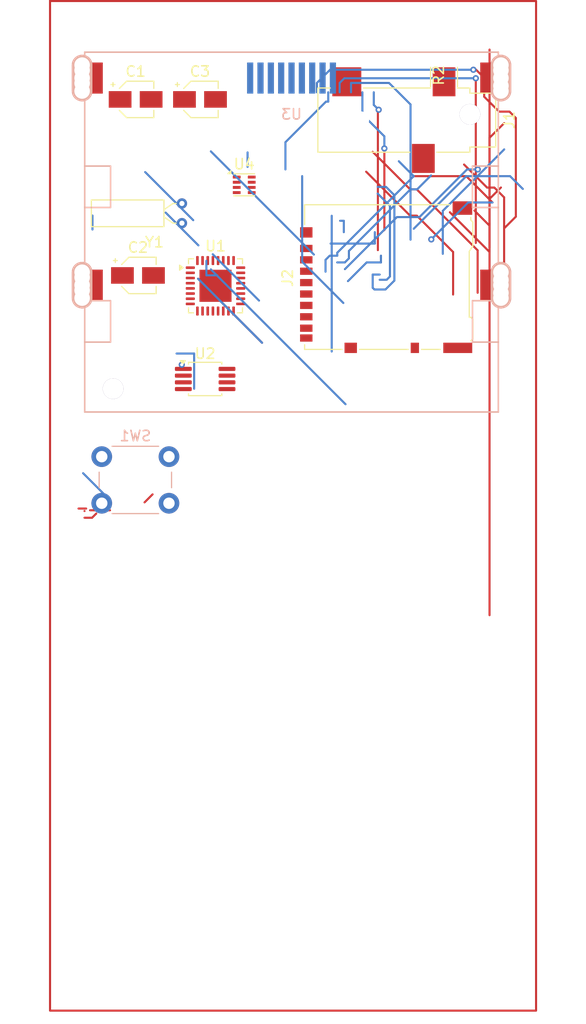
<source format=kicad_pcb>
(kicad_pcb (version 20241229) (generator "pcbnew") (generator_version "9.0")
  (layers (0 "F.Cu" signal) (2 "B.Cu" signal) (13 "F.Paste" user) (15 "B.Paste" user) (5 "F.SilkS" user "F.Silkscreen") (7 "B.SilkS" user "B.Silkscreen") (1 "F.Mask" user) (3 "B.Mask" user) (25 "Edge.Cuts" user))
  (net 0 "")
  (net 4 "GND")
  (net 5 "unconnected-(U1-PC2-Pad25)")
  (net 6 "Net-(C1-Pad1)")
  (net 11 "Net-(U1-XTAL2{slash}PB7)")
  (net 16 "+5V")
  (net 17 "PD2")
  (net 18 "PD3")
  (net 19 "Net-(U2-V_{SENSE})")
  (net 20 "Net-(U2-V_{OUT})")
  (net 21 "S")
  (net 22 "Net-(C2-Pad2)")
  (net 23 "Net-(C2-Pad1)")
  (net 24 "PD6")
  (net 25 "PD4")
  (net 29 "PD5")
  (net 30 "PD7")
  (net 31 "Net-(BT1--)")
  (net 32 "Net-(U1-XTAL1{slash}PB6)")
  (net 33 "unconnected-(U1-PD0-Pad2)")
  (net 34 "Net-(U1-~{RESET}{slash}PC6)")
  (net 35 "unconnected-(U1-PD1-Pad3)")
  (net 42 "+3.3V")
  (net 43 "Net-(SW2-B)")
  (footprint "Capacitor_SMD:CP_Elec_3x5.3" (layer "F.Cu") (at 142.5 78)
    (property "Reference" "C2" (at 0 -2.7 0) (layer "F.SilkS"))
    (property "Value" "C" (hide yes))
    (fp_line (start -2.375 -1.435) (end -2 -1.435) (stroke (width 0.12)) (layer "F.SilkS"))
    (fp_line (start -2.1875 -1.6225) (end -2.1875 -1.2475) (stroke (width 0.12)) (layer "F.SilkS"))
    (fp_line (start -1.570563 -1.06) (end -0.870563 -1.76) (stroke (width 0.12)) (layer "F.SilkS"))
    (fp_line (start -1.570563 1.06) (end -0.870563 1.76) (stroke (width 0.12)) (layer "F.SilkS"))
    (fp_line (start -0.870563 -1.76) (end 1.76 -1.76) (stroke (width 0.12)) (layer "F.SilkS"))
    (fp_line (start -0.870563 1.76) (end 1.76 1.76) (stroke (width 0.12)) (layer "F.SilkS"))
    (fp_line (start 1.76 -1.76) (end 1.76 -1.06) (stroke (width 0.12)) (layer "F.SilkS"))
    (fp_line (start 1.76 1.76) (end 1.76 1.06) (stroke (width 0.12)) (layer "F.SilkS"))
    (pad "1" smd rect (at -1.5 0) (size 2.2 1.6) (layers "F.Cu" "F.Mask" "F.Paste") (net 23 "Net-(C2-Pad1)"))
    (pad "2" smd rect (at 1.5 0) (size 2.2 1.6) (layers "F.Cu" "F.Mask" "F.Paste") (net 22 "Net-(C2-Pad2)"))
  )
  (footprint "Crystal:Crystal_C26-LF_D2.1mm_L6.5mm_Horizontal" (layer "F.Cu") (at 146.755 71.05 -90)
    (property "Reference" "Y1" (at 3.735 2.6575 0) (layer "F.SilkS"))
    (property "Value" "Crystal" (hide yes))
    (fp_line (start 0.6 1.74) (end 0 0.87) (stroke (width 0.12)) (layer "F.SilkS"))
    (fp_line (start 1.3 1.74) (end 1.9 0.87) (stroke (width 0.12)) (layer "F.SilkS"))
    (fp_line (start 0 0.87) (end 0 0.56) (stroke (width 0.12)) (layer "F.SilkS"))
    (fp_line (start 1.9 0.87) (end 1.9 0.56) (stroke (width 0.12)) (layer "F.SilkS"))
    (fp_rect (start -0.34 1.74) (end 2.24 8.76) (stroke (width 0.12)) (fill no) (layer "F.SilkS"))
    (pad "1" thru_hole circle (at 0 0 270) (size 1 1) (drill 0.5) (layers "*.Cu" "*.Mask") (net 32 "Net-(U1-XTAL1{slash}PB6)"))
    (pad "2" thru_hole circle (at 1.9 0 270) (size 1 1) (drill 0.5) (layers "*.Cu" "*.Mask") (net 6 "Net-(C1-Pad1)"))
  )
  (footprint "MountingHole:MountingHole_2mm" (layer "F.Cu") (at 178.5 146.5)
    (property "Reference" "REF**" (hide yes))
    (property "Value" "MountingHole_2mm")
    (pad "" np_thru_hole circle (at 0 0) (size 2 2) (drill 2) (layers "*.Cu" "*.Mask"))
  )
  (footprint "Connector_Audio:Jack_3.5mm_CUI_SJ-3523-SMT_Horizontal" (layer "F.Cu") (at 168.5 63 -90)
    (property "Reference" "J1" (at 0 -9.9 90) (layer "F.SilkS"))
    (property "Value" "AudioJack3")
    (fp_line (start -3.1 8.6) (end -3.1 7.4) (stroke (width 0.12)) (layer "F.SilkS"))
    (fp_line (start 3.1 8.6) (end -3.1 8.6) (stroke (width 0.12)) (layer "F.SilkS"))
    (fp_line (start -3.1 4.2) (end -3.1 -2.3) (stroke (width 0.12)) (layer "F.SilkS"))
    (fp_line (start 3.1 -0.3) (end 3.1 8.6) (stroke (width 0.12)) (layer "F.SilkS"))
    (fp_line (start -3.1 -2.3) (end -5.1 -2.3) (stroke (width 0.12)) (layer "F.SilkS"))
    (fp_line (start -3.1 -4.9) (end -5.1 -4.9) (stroke (width 0.12)) (layer "F.SilkS"))
    (fp_line (start -3.1 -4.9) (end -3.1 -6.1) (stroke (width 0.12)) (layer "F.SilkS"))
    (fp_line (start -3.1 -6.1) (end -2.6 -6.1) (stroke (width 0.12)) (layer "F.SilkS"))
    (fp_line (start -2.6 -6.1) (end -2.6 -8.6) (stroke (width 0.12)) (layer "F.SilkS"))
    (fp_line (start 2.6 -6.1) (end 3.1 -6.1) (stroke (width 0.12)) (layer "F.SilkS"))
    (fp_line (start 3.1 -6.1) (end 3.1 -2.9) (stroke (width 0.12)) (layer "F.SilkS"))
    (fp_line (start -2.6 -8.6) (end 2.6 -8.6) (stroke (width 0.12)) (layer "F.SilkS"))
    (fp_line (start 2.6 -8.6) (end 2.6 -6.1) (stroke (width 0.12)) (layer "F.SilkS"))
    (pad "" np_thru_hole circle (at 0 -2.5 270) (size 1.7 1.7) (drill 1.7) (layers "*.Cu" "*.Mask"))
    (pad "" np_thru_hole circle (at 0 4.5 270) (size 1.7 1.7) (drill 1.7) (layers "*.Cu" "*.Mask"))
    (pad "R" smd rect (at 3.7 -1.6 270) (size 2.8 2.2) (layers "F.Cu" "F.Mask" "F.Paste") (net 23 "Net-(C2-Pad1)"))
    (pad "S" smd rect (at -3.7 -3.6 270) (size 2.8 2.2) (layers "F.Cu" "F.Mask" "F.Paste") (net 22 "Net-(C2-Pad2)"))
    (pad "T" smd rect (at -3.7 5.8 270) (size 2.8 2.8) (layers "F.Cu" "F.Mask" "F.Paste") (net 23 "Net-(C2-Pad1)"))
  )
  (footprint "MountingHole:MountingHole_2mm" (layer "F.Cu") (at 178.5 54.5)
    (property "Reference" "REF**" (hide yes))
    (property "Value" "MountingHole_2mm")
    (pad "" np_thru_hole circle (at 0 0) (size 2 2) (drill 2) (layers "*.Cu" "*.Mask"))
  )
  (footprint "Package_CSP:LFCSP-8_2x2mm_P0.5mm" (layer "F.Cu") (at 152.775 69.25)
    (property "Reference" "U4" (at 0 -2 0) (layer "F.SilkS"))
    (property "Value" "NE5532")
    (fp_line (start 1 -1.06) (end -1 -1.06) (stroke (width 0.12)) (layer "F.SilkS"))
    (fp_line (start 1 1.06) (end -1 1.06) (stroke (width 0.12)) (layer "F.SilkS"))
    (fp_poly (pts (xy -1.29 -1.08) (xy -1.57 -1.08) (xy -1.29 -1.36) (xy -1.29 -1.08)) (stroke (width 0.12)) (fill yes) (layer "F.SilkS"))
    (pad "1" smd rect (at -0.725 -0.75) (size 0.75 0.28) (layers "F.Cu" "F.Mask" "F.Paste") (net 21 "S"))
    (pad "2" smd rect (at -0.725 -0.25) (size 0.75 0.28) (layers "F.Cu" "F.Mask" "F.Paste") (net 19 "Net-(U2-V_{SENSE})"))
    (pad "3" smd rect (at -0.725 0.25) (size 0.75 0.28) (layers "F.Cu" "F.Mask" "F.Paste") (net 20 "Net-(U2-V_{OUT})"))
    (pad "4" smd rect (at -0.725 0.75) (size 0.75 0.28) (layers "F.Cu" "F.Mask" "F.Paste"))
    (pad "5" smd rect (at 0.725 0.75) (size 0.75 0.28) (layers "F.Cu" "F.Mask" "F.Paste"))
    (pad "6" smd rect (at 0.725 0.25) (size 0.75 0.28) (layers "F.Cu" "F.Mask" "F.Paste"))
    (pad "7" smd rect (at 0.725 -0.25) (size 0.75 0.28) (layers "F.Cu" "F.Mask" "F.Paste"))
    (pad "8" smd rect (at 0.725 -0.75) (size 0.75 0.28) (layers "F.Cu" "F.Mask" "F.Paste"))
  )
  (footprint "Package_DFN_QFN:HVQFN-32-1EP_5x5mm_P0.5mm_EP3.1x3.1mm" (layer "F.Cu") (at 150 79)
    (property "Reference" "U1" (at 0 -3.83 0) (layer "F.SilkS"))
    (property "Value" "ATmega328-P")
    (fp_line (start -2.61 -2.61) (end -2.135 -2.61) (stroke (width 0.12)) (layer "F.SilkS"))
    (fp_line (start -2.61 -2.135) (end -2.61 -2.61) (stroke (width 0.12)) (layer "F.SilkS"))
    (fp_line (start -2.61 2.61) (end -2.61 2.135) (stroke (width 0.12)) (layer "F.SilkS"))
    (fp_line (start -2.135 2.61) (end -2.61 2.61) (stroke (width 0.12)) (layer "F.SilkS"))
    (fp_line (start 2.135 -2.61) (end 2.61 -2.61) (stroke (width 0.12)) (layer "F.SilkS"))
    (fp_line (start 2.61 -2.61) (end 2.61 -2.135) (stroke (width 0.12)) (layer "F.SilkS"))
    (fp_line (start 2.61 2.135) (end 2.61 2.61) (stroke (width 0.12)) (layer "F.SilkS"))
    (fp_line (start 2.61 2.61) (end 2.135 2.61) (stroke (width 0.12)) (layer "F.SilkS"))
    (fp_poly (pts (xy -3.14 -1.75) (xy -3.47 -1.51) (xy -3.47 -1.99)) (stroke (width 0.12)) (fill yes) (layer "F.SilkS"))
    (pad "1" smd roundrect (at -2.4375 -1.75) (size 0.875 0.25) (layers "F.Cu" "F.Mask" "F.Paste") (net 34 "Net-(U1-~{RESET}{slash}PC6)"))
    (pad "2" smd roundrect (at -2.4375 -1.25) (size 0.875 0.25) (layers "F.Cu" "F.Mask" "F.Paste") (net 33 "unconnected-(U1-PD0-Pad2)"))
    (pad "3" smd roundrect (at -2.4375 -0.75) (size 0.875 0.25) (layers "F.Cu" "F.Mask" "F.Paste") (net 35 "unconnected-(U1-PD1-Pad3)"))
    (pad "4" smd roundrect (at -2.4375 -0.25) (size 0.875 0.25) (layers "F.Cu" "F.Mask" "F.Paste") (net 17 "PD2"))
    (pad "5" smd roundrect (at -2.4375 0.25) (size 0.875 0.25) (layers "F.Cu" "F.Mask" "F.Paste") (net 18 "PD3"))
    (pad "6" smd roundrect (at -2.4375 0.75) (size 0.875 0.25) (layers "F.Cu" "F.Mask" "F.Paste") (net 25 "PD4"))
    (pad "7" smd roundrect (at -2.4375 1.25) (size 0.875 0.25) (layers "F.Cu" "F.Mask" "F.Paste") (net 43 "Net-(SW2-B)"))
    (pad "8" smd roundrect (at -2.4375 1.75) (size 0.875 0.25) (layers "F.Cu" "F.Mask" "F.Paste") (net 31 "Net-(BT1--)"))
    (pad "9" smd roundrect (at -1.75 2.4375) (size 0.25 0.875) (layers "F.Cu" "F.Mask" "F.Paste") (net 32 "Net-(U1-XTAL1{slash}PB6)"))
    (pad "10" smd roundrect (at -1.25 2.4375) (size 0.25 0.875) (layers "F.Cu" "F.Mask" "F.Paste") (net 11 "Net-(U1-XTAL2{slash}PB7)"))
    (pad "11" smd roundrect (at -0.75 2.4375) (size 0.25 0.875) (layers "F.Cu" "F.Mask" "F.Paste") (net 29 "PD5"))
    (pad "12" smd roundrect (at -0.25 2.4375) (size 0.25 0.875) (layers "F.Cu" "F.Mask" "F.Paste") (net 24 "PD6"))
    (pad "13" smd roundrect (at 0.25 2.4375) (size 0.25 0.875) (layers "F.Cu" "F.Mask" "F.Paste") (net 30 "PD7"))
    (pad "14" smd roundrect (at 0.75 2.4375) (size 0.25 0.875) (layers "F.Cu" "F.Mask" "F.Paste"))
    (pad "15" smd roundrect (at 1.25 2.4375) (size 0.25 0.875) (layers "F.Cu" "F.Mask" "F.Paste"))
    (pad "16" smd roundrect (at 1.75 2.4375) (size 0.25 0.875) (layers "F.Cu" "F.Mask" "F.Paste"))
    (pad "17" smd roundrect (at 2.4375 1.75) (size 0.875 0.25) (layers "F.Cu" "F.Mask" "F.Paste"))
    (pad "18" smd roundrect (at 2.4375 1.25) (size 0.875 0.25) (layers "F.Cu" "F.Mask" "F.Paste"))
    (pad "19" smd roundrect (at 2.4375 0.75) (size 0.875 0.25) (layers "F.Cu" "F.Mask" "F.Paste"))
    (pad "20" smd roundrect (at 2.4375 0.25) (size 0.875 0.25) (layers "F.Cu" "F.Mask" "F.Paste") (net 43 "Net-(SW2-B)"))
    (pad "21" smd roundrect (at 2.4375 -0.25) (size 0.875 0.25) (layers "F.Cu" "F.Mask" "F.Paste") (net 43 "Net-(SW2-B)"))
    (pad "22" smd roundrect (at 2.4375 -0.75) (size 0.875 0.25) (layers "F.Cu" "F.Mask" "F.Paste") (net 31 "Net-(BT1--)"))
    (pad "23" smd roundrect (at 2.4375 -1.25) (size 0.875 0.25) (layers "F.Cu" "F.Mask" "F.Paste"))
    (pad "24" smd roundrect (at 2.4375 -1.75) (size 0.875 0.25) (layers "F.Cu" "F.Mask" "F.Paste"))
    (pad "25" smd roundrect (at 1.75 -2.4375) (size 0.25 0.875) (layers "F.Cu" "F.Mask" "F.Paste") (net 5 "unconnected-(U1-PC2-Pad25)"))
    (pad "26" smd roundrect (at 1.25 -2.4375) (size 0.25 0.875) (layers "F.Cu" "F.Mask" "F.Paste"))
    (pad "27" smd roundrect (at 0.75 -2.4375) (size 0.25 0.875) (layers "F.Cu" "F.Mask" "F.Paste"))
    (pad "28" smd roundrect (at 0.25 -2.4375) (size 0.25 0.875) (layers "F.Cu" "F.Mask" "F.Paste"))
    (pad "29" smd roundrect (at -0.25 -2.4375) (size 0.25 0.875) (layers "F.Cu" "F.Mask" "F.Paste"))
    (pad "30" smd roundrect (at -0.75 -2.4375) (size 0.25 0.875) (layers "F.Cu" "F.Mask" "F.Paste"))
    (pad "31" smd roundrect (at -1.25 -2.4375) (size 0.25 0.875) (layers "F.Cu" "F.Mask" "F.Paste"))
    (pad "32" smd roundrect (at -1.75 -2.4375) (size 0.25 0.875) (layers "F.Cu" "F.Mask" "F.Paste"))
    (pad "33" smd rect (at 0 0) (size 3.1 3.1) (property pad_prop_heatsink) (layers "F.Cu" "F.Mask"))
  )
  (footprint "Resistor_SMD:R_0201_0603Metric" (layer "F.Cu") (at 172.6291 58.6749 90)
    (property "Reference" "R2" (at 0 -1.05 90) (layer "F.SilkS"))
    (property "Value" "R")
    (pad "1" smd roundrect (at -0.32 0 90) (size 0.46 0.4) (layers "F.Cu" "F.Mask") (net 16 "+5V"))
    (pad "2" smd roundrect (at 0.32 0 90) (size 0.46 0.4) (layers "F.Cu" "F.Mask") (net 34 "Net-(U1-~{RESET}{slash}PC6)"))
  )
  (footprint "Capacitor_SMD:CP_Elec_3x5.3" (layer "F.Cu") (at 142.275 61)
    (property "Reference" "C1" (at 0 -2.7 0) (layer "F.SilkS"))
    (property "Value" "C")
    (fp_line (start -2.375 -1.435) (end -2 -1.435) (stroke (width 0.12)) (layer "F.SilkS"))
    (fp_line (start -2.1875 -1.6225) (end -2.1875 -1.2475) (stroke (width 0.12)) (layer "F.SilkS"))
    (fp_line (start -1.570563 -1.06) (end -0.870563 -1.76) (stroke (width 0.12)) (layer "F.SilkS"))
    (fp_line (start -1.570563 1.06) (end -0.870563 1.76) (stroke (width 0.12)) (layer "F.SilkS"))
    (fp_line (start -0.870563 -1.76) (end 1.76 -1.76) (stroke (width 0.12)) (layer "F.SilkS"))
    (fp_line (start -0.870563 1.76) (end 1.76 1.76) (stroke (width 0.12)) (layer "F.SilkS"))
    (fp_line (start 1.76 -1.76) (end 1.76 -1.06) (stroke (width 0.12)) (layer "F.SilkS"))
    (fp_line (start 1.76 1.76) (end 1.76 1.06) (stroke (width 0.12)) (layer "F.SilkS"))
    (pad "1" smd rect (at -1.5 0) (size 2.2 1.6) (layers "F.Cu" "F.Mask" "F.Paste") (net 6 "Net-(C1-Pad1)"))
    (pad "2" smd rect (at 1.5 0) (size 2.2 1.6) (layers "F.Cu" "F.Mask" "F.Paste") (net 4 "GND"))
  )
  (footprint "MountingHole:MountingHole_2mm" (layer "F.Cu") (at 136.5 146.5)
    (property "Reference" "REF**" (hide yes))
    (property "Value" "MountingHole_2mm")
    (pad "" np_thru_hole circle (at 0 0) (size 2 2) (drill 2) (layers "*.Cu" "*.Mask"))
  )
  (footprint "Connector_Card:microSD_HC_Hirose_DM3AT-SF-PEJM5" (layer "F.Cu") (at 166.5026 78.1688 90)
    (property "Reference" "J2" (at -0.075 -9.525 90) (layer "F.SilkS"))
    (property "Value" "Micro_SD_Card")
    (fp_line (start 6.995 -7.885) (end 6.995 6.125) (stroke (width 0.12)) (layer "F.SilkS"))
    (fp_line (start 5.075 -7.885) (end 6.995 -7.885) (stroke (width 0.12)) (layer "F.SilkS"))
    (fp_line (start -6.525 -7.885) (end -6.975 -7.885) (stroke (width 0.12)) (layer "F.SilkS"))
    (fp_line (start -6.975 -7.885) (end -6.975 -4.275) (stroke (width 0.12)) (layer "F.SilkS"))
    (fp_line (start -6.975 -2.575) (end -6.975 2.125) (stroke (width 0.12)) (layer "F.SilkS"))
    (fp_line (start -6.975 3.425) (end -6.975 5.225) (stroke (width 0.12)) (layer "F.SilkS"))
    (fp_line (start -3.875 8.035) (end 2.495 8.035) (stroke (width 0.12)) (layer "F.SilkS"))
    (fp_line (start -3.875 8.035) (end -3.875 8.185) (stroke (width 0.12)) (layer "F.SilkS"))
    (fp_line (start 5.515 8.185) (end 5.775 8.185) (stroke (width 0.12)) (layer "F.SilkS"))
    (fp_line (start 5.315 8.385) (end 5.515 8.185) (stroke (width 0.12)) (layer "F.SilkS"))
    (fp_line (start 5.315 8.385) (end 3.005 8.385) (stroke (width 0.12)) (layer "F.SilkS"))
    (fp_line (start 3.005 8.385) (end 2.495 8.035) (stroke (width 0.12)) (layer "F.SilkS"))
    (fp_line (start -4.085 8.385) (end -3.875 8.185) (stroke (width 0.12)) (layer "F.SilkS"))
    (fp_line (start -5.945 8.385) (end -6.145 8.185) (stroke (width 0.12)) (layer "F.SilkS"))
    (fp_line (start -5.945 8.385) (end -4.085 8.385) (stroke (width 0.12)) (layer "F.SilkS"))
    (pad "1" smd rect (at 2.775 -7.725 90) (size 0.7 1.2) (layers "F.Cu" "F.Mask" "F.Paste"))
    (pad "2" smd rect (at 1.675 -7.725 90) (size 0.7 1.2) (layers "F.Cu" "F.Mask" "F.Paste"))
    (pad "3" smd rect (at 0.575 -7.725 90) (size 0.7 1.2) (layers "F.Cu" "F.Mask" "F.Paste") (net 25 "PD4"))
    (pad "4" smd rect (at -0.525 -7.725 90) (size 0.7 1.2) (layers "F.Cu" "F.Mask" "F.Paste") (net 16 "+5V"))
    (pad "5" smd rect (at -1.625 -7.725 90) (size 0.7 1.2) (layers "F.Cu" "F.Mask" "F.Paste") (net 29 "PD5"))
    (pad "6" smd rect (at -2.725 -7.725 90) (size 0.7 1.2) (layers "F.Cu" "F.Mask" "F.Paste") (net 4 "GND"))
    (pad "7" smd rect (at -3.825 -7.725 90) (size 0.7 1.2) (layers "F.Cu" "F.Mask" "F.Paste") (net 24 "PD6"))
    (pad "8" smd rect (at -4.925 -7.725 90) (size 0.7 1.2) (layers "F.Cu" "F.Mask" "F.Paste") (net 30 "PD7"))
    (pad "9" smd rect (at -5.875 -7.725 90) (size 0.7 1.2) (layers "F.Cu" "F.Mask" "F.Paste"))
    (pad "10" smd rect (at -6.825 2.775 90) (size 1 0.8) (layers "F.Cu" "F.Mask" "F.Paste"))
    (pad "11" smd rect (at -6.825 -3.425 90) (size 1 1.2) (layers "F.Cu" "F.Mask" "F.Paste"))
    (pad "11" smd rect (at -6.825 6.925 90) (size 1 2.8) (layers "F.Cu" "F.Mask" "F.Paste"))
    (pad "11" smd rect (at 4.325 -7.725 90) (size 1 1.2) (layers "F.Cu" "F.Mask" "F.Paste"))
    (pad "11" smd rect (at 6.675 7.375 90) (size 1.3 1.9) (layers "F.Cu" "F.Mask" "F.Paste"))
  )
  (footprint "MountingHole:MountingHole_2mm" (layer "F.Cu") (at 137 54.5)
    (property "Reference" "REF**" (hide yes))
    (property "Value" "MountingHole_2mm")
    (pad "" np_thru_hole circle (at 0 0) (size 2 2) (drill 2) (layers "*.Cu" "*.Mask"))
  )
  (footprint "Capacitor_SMD:CP_Elec_3x5.3" (layer "F.Cu") (at 148.5 61)
    (property "Reference" "C3" (at 0 -2.7 0) (layer "F.SilkS"))
    (property "Value" "C")
    (fp_line (start -2.375 -1.435) (end -2 -1.435) (stroke (width 0.12)) (layer "F.SilkS"))
    (fp_line (start -2.1875 -1.6225) (end -2.1875 -1.2475) (stroke (width 0.12)) (layer "F.SilkS"))
    (fp_line (start -1.570563 -1.06) (end -0.870563 -1.76) (stroke (width 0.12)) (layer "F.SilkS"))
    (fp_line (start -1.570563 1.06) (end -0.870563 1.76) (stroke (width 0.12)) (layer "F.SilkS"))
    (fp_line (start -0.870563 -1.76) (end 1.76 -1.76) (stroke (width 0.12)) (layer "F.SilkS"))
    (fp_line (start -0.870563 1.76) (end 1.76 1.76) (stroke (width 0.12)) (layer "F.SilkS"))
    (fp_line (start 1.76 -1.76) (end 1.76 -1.06) (stroke (width 0.12)) (layer "F.SilkS"))
    (fp_line (start 1.76 1.76) (end 1.76 1.06) (stroke (width 0.12)) (layer "F.SilkS"))
    (pad "1" smd rect (at -1.5 0) (size 2.2 1.6) (layers "F.Cu" "F.Mask" "F.Paste") (net 11 "Net-(U1-XTAL2{slash}PB7)"))
    (pad "2" smd rect (at 1.5 0) (size 2.2 1.6) (layers "F.Cu" "F.Mask" "F.Paste") (net 4 "GND"))
  )
  (footprint "Package_SO:MSOP-8_3x3mm_P0.65mm" (layer "F.Cu") (at 149 88)
    (property "Reference" "U2" (at 0 -2.45 0) (layer "F.SilkS"))
    (property "Value" "DAC8571IDGK")
    (fp_line (start -1.61 -1.61) (end 1.61 -1.61) (stroke (width 0.12)) (layer "F.SilkS"))
    (fp_line (start -1.61 -1.435) (end -1.61 -1.61) (stroke (width 0.12)) (layer "F.SilkS"))
    (fp_line (start -1.61 1.61) (end -1.61 1.435) (stroke (width 0.12)) (layer "F.SilkS"))
    (fp_line (start 1.61 -1.61) (end 1.61 -1.435) (stroke (width 0.12)) (layer "F.SilkS"))
    (fp_line (start 1.61 1.435) (end 1.61 1.61) (stroke (width 0.12)) (layer "F.SilkS"))
    (fp_line (start 1.61 1.61) (end -1.61 1.61) (stroke (width 0.12)) (layer "F.SilkS"))
    (fp_poly (pts (xy -2.16 -1.44) (xy -2.4 -1.77) (xy -1.92 -1.77)) (stroke (width 0.12)) (fill yes) (layer "F.SilkS"))
    (pad "1" smd roundrect (at -2.1125 -0.975) (size 1.625 0.4) (layers "F.Cu" "F.Mask" "F.Paste") (net 16 "+5V"))
    (pad "2" smd roundrect (at -2.1125 -0.325) (size 1.625 0.4) (layers "F.Cu" "F.Mask" "F.Paste") (net 16 "+5V"))
    (pad "3" smd roundrect (at -2.1125 0.325) (size 1.625 0.4) (layers "F.Cu" "F.Mask" "F.Paste") (net 19 "Net-(U2-V_{SENSE})"))
    (pad "4" smd roundrect (at -2.1125 0.975) (size 1.625 0.4) (layers "F.Cu" "F.Mask" "F.Paste") (net 20 "Net-(U2-V_{OUT})"))
    (pad "5" smd roundrect (at 2.1125 0.975) (size 1.625 0.4) (layers "F.Cu" "F.Mask" "F.Paste") (net 4 "GND"))
    (pad "6" smd roundrect (at 2.1125 0.325) (size 1.625 0.4) (layers "F.Cu" "F.Mask" "F.Paste") (net 17 "PD2"))
    (pad "7" smd roundrect (at 2.1125 -0.325) (size 1.625 0.4) (layers "F.Cu" "F.Mask" "F.Paste") (net 18 "PD3"))
    (pad "8" smd roundrect (at 2.1125 -0.975) (size 1.625 0.4) (layers "F.Cu" "F.Mask" "F.Paste") (net 4 "GND"))
  )
  (footprint "Button_Switch_THT:SW_PUSH_6mm" (layer "B.Cu") (at 145.5 95.5 180)
    (property "Reference" "SW1" (at 3.25 2 0) (layer "B.SilkS") (effects (justify mirror)))
    (property "Value" "SW_Push")
    (fp_line (start 6.75 -3) (end 6.75 -1.5) (stroke (width 0.12)) (layer "B.SilkS"))
    (fp_line (start 5.5 1) (end 1 1) (stroke (width 0.12)) (layer "B.SilkS"))
    (fp_line (start 1 -5.5) (end 5.5 -5.5) (stroke (width 0.12)) (layer "B.SilkS"))
    (fp_line (start -0.25 -1.5) (end -0.25 -3) (stroke (width 0.12)) (layer "B.SilkS"))
    (pad "1" thru_hole circle (at 0 0 90) (size 2 2) (drill 1.1) (layers "*.Cu" "*.Mask") (net 4 "GND"))
    (pad "1" thru_hole circle (at 6.5 0 90) (size 2 2) (drill 1.1) (layers "*.Cu" "*.Mask") (net 4 "GND"))
    (pad "2" thru_hole circle (at 0 -4.5 90) (size 2 2) (drill 1.1) (layers "*.Cu" "*.Mask") (net 16 "+5V"))
    (pad "2" thru_hole circle (at 6.5 -4.5 90) (size 2 2) (drill 1.1) (layers "*.Cu" "*.Mask") (net 16 "+5V"))
  )
  (footprint "Nokia_5110-3310_LCD:Nokia_5110-3310_LCD" (layer "B.Cu") (at 157.3515 56.43835 180)
    (property "Reference" "U3" (at 0 -6 0) (layer "B.SilkS") (effects (justify mirror)))
    (property "Value" "Nokia_5110_LCD")
    (fp_line (start 20 0) (end 20 -34.75) (stroke (width 0.15)) (layer "B.SilkS"))
    (fp_line (start 20 -11) (end 17.5 -11) (stroke (width 0.15)) (layer "B.SilkS"))
    (fp_line (start 20 -24) (end 17.5 -24) (stroke (width 0.15)) (layer "B.SilkS"))
    (fp_line (start 20 -34.75) (end -20 -34.75) (stroke (width 0.15)) (layer "B.SilkS"))
    (fp_line (start 17.5 -11) (end 17.5 -15) (stroke (width 0.15)) (layer "B.SilkS"))
    (fp_line (start 17.5 -15) (end 20 -15) (stroke (width 0.15)) (layer "B.SilkS"))
    (fp_line (start 17.5 -24) (end 17.5 -28) (stroke (width 0.15)) (layer "B.SilkS"))
    (fp_line (start 17.5 -28) (end 20 -28) (stroke (width 0.15)) (layer "B.SilkS"))
    (fp_line (start -17.5 -11) (end -17.5 -15) (stroke (width 0.15)) (layer "B.SilkS"))
    (fp_line (start -17.5 -15) (end -20 -15) (stroke (width 0.15)) (layer "B.SilkS"))
    (fp_line (start -17.5 -24) (end -17.5 -28) (stroke (width 0.15)) (layer "B.SilkS"))
    (fp_line (start -17.5 -28) (end -20 -28) (stroke (width 0.15)) (layer "B.SilkS"))
    (fp_line (start -20 0) (end 20 0) (stroke (width 0.15)) (layer "B.SilkS"))
    (fp_line (start -20 0) (end -20 -34.75) (stroke (width 0.15)) (layer "B.SilkS"))
    (fp_line (start -20 -11) (end -17.5 -11) (stroke (width 0.15)) (layer "B.SilkS"))
    (fp_line (start -20 -24) (end -17.5 -24) (stroke (width 0.15)) (layer "B.SilkS"))
    (pad "" np_thru_hole circle (at -20.25 -23.75 180) (size 1.5 1.5) (drill 1.5) (layers "*.Mask" "F.Cu" "B.SilkS"))
    (pad "" np_thru_hole circle (at -20.25 -23.25 180) (size 1.5 1.5) (drill 1.5) (layers "*.Mask" "F.Cu" "B.SilkS"))
    (pad "" np_thru_hole oval (at -20.25 -22.5 180) (size 2 4.5) (drill 1.5) (layers "*.Mask" "F.Cu" "B.SilkS"))
    (pad "" np_thru_hole circle (at -20.25 -22 180) (size 1.5 1.5) (drill 1.5) (layers "*.Mask" "F.Cu" "B.SilkS"))
    (pad "" np_thru_hole circle (at -20.25 -21.25 180) (size 1.5 1.5) (drill 1.5) (layers "*.Mask" "F.Cu" "B.SilkS"))
    (pad "" np_thru_hole circle (at -20.25 -3.75 180) (size 1.5 1.5) (drill 1.5) (layers "*.Mask" "F.Cu" "B.SilkS"))
    (pad "" np_thru_hole circle (at -20.25 -3.25 180) (size 1.5 1.5) (drill 1.5) (layers "*.Mask" "F.Cu" "B.SilkS"))
    (pad "" np_thru_hole oval (at -20.25 -2.5 180) (size 2 4.5) (drill 1.5) (layers "*.Mask" "F.Cu" "B.SilkS"))
    (pad "" np_thru_hole circle (at -20.25 -1.75 180) (size 1.5 1.5) (drill 1.5) (layers "*.Mask" "F.Cu" "B.SilkS"))
    (pad "" np_thru_hole circle (at -20.25 -1.25 180) (size 1.5 1.5) (drill 1.5) (layers "*.Mask" "F.Cu" "B.SilkS"))
    (pad "" smd rect (at -19 -22.5 180) (size 1.5 3) (layers "F.Cu" "F.Mask"))
    (pad "" smd rect (at -19 -2.5 180) (size 1.5 3) (layers "F.Cu" "F.Mask"))
    (pad "" thru_hole circle (at -17.25 -6 180) (size 2 2) (drill 2) (layers "*.Cu"))
    (pad "" thru_hole circle (at 17.25 -32.5 180) (size 2 2) (drill 2) (layers "*.Cu"))
    (pad "" smd rect (at 19 -22.5 180) (size 1.5 3) (layers "F.Cu" "F.Mask"))
    (pad "" smd rect (at 19 -2.5 180) (size 1.5 3) (layers "F.Cu" "F.Mask"))
    (pad "" np_thru_hole circle (at 20.25 -23.75 180) (size 1.5 1.5) (drill 1.5) (layers "*.Mask" "F.Cu" "B.SilkS"))
    (pad "" np_thru_hole circle (at 20.25 -23 180) (size 1.5 1.5) (drill 1.5) (layers "*.Mask" "F.Cu" "B.SilkS"))
    (pad "" np_thru_hole oval (at 20.25 -22.5 180) (size 2 4.5) (drill 1.5) (layers "*.Mask" "F.Cu" "B.SilkS"))
    (pad "" np_thru_hole circle (at 20.25 -21.75 180) (size 1.5 1.5) (drill 1.5) (layers "*.Mask" "F.Cu" "B.SilkS"))
    (pad "" np_thru_hole circle (at 20.25 -21.25 180) (size 1.5 1.5) (drill 1.5) (layers "*.Mask" "F.Cu" "B.SilkS"))
    (pad "" np_thru_hole circle (at 20.25 -3.75 180) (size 1.5 1.5) (drill 1.5) (layers "*.Mask" "F.Cu" "B.SilkS"))
    (pad "" np_thru_hole circle (at 20.25 -3 180) (size 1.5 1.5) (drill 1.5) (layers "*.Mask" "F.Cu" "B.SilkS"))
    (pad "" np_thru_hole oval (at 20.25 -2.5 180) (size 2 4.5) (drill 1.5) (layers "*.Mask" "F.Cu" "B.SilkS"))
    (pad "" np_thru_hole circle (at 20.25 -1.75 180) (size 1.5 1.5) (drill 1.5) (layers "*.Mask" "F.Cu" "B.SilkS"))
    (pad "" np_thru_hole circle (at 20.25 -1.25 180) (size 1.5 1.5) (drill 1.5) (layers "*.Mask" "F.Cu" "B.SilkS"))
    (pad "1" smd rect (at -4 -2.5 180) (size 0.6 3) (layers "B.Cu" "B.Mask"))
    (pad "2" smd rect (at -3 -2.5 180) (size 0.6 3) (layers "B.Cu" "B.Mask"))
    (pad "3" smd rect (at -2 -2.5 180) (size 0.6 3) (layers "B.Cu" "B.Mask") (net 4 "GND"))
    (pad "4" smd rect (at -1 -2.5 180) (size 0.6 3) (layers "B.Cu" "B.Mask"))
    (pad "5" smd rect (at 0 -2.5 180) (size 0.6 3) (layers "B.Cu" "B.Mask"))
    (pad "6" smd rect (at 1 -2.5 180) (size 0.6 3) (layers "B.Cu" "B.Mask"))
    (pad "7" smd rect (at 2 -2.5 180) (size 0.6 3) (layers "B.Cu" "B.Mask"))
    (pad "8" smd rect (at 3 -2.5 180) (size 0.6 3) (layers "B.Cu" "B.Mask") (net 29 "PD5"))
    (pad "9" smd rect (at 4 -2.5 180) (size 0.6 3) (layers "B.Cu" "B.Mask") (net 42 "+3.3V"))
  )
  (gr_rect (start 134 51.5) (end 181 149) (stroke (width 0.2)) (fill no) (layer "F.Cu"))
  (segment (start 148.3199 78.3199) (end 154.5 84.5) (width 0.2) (layer "F.Cu") (net 5))
  (segment (start 154.5 84.5) (end 148.3199 78.3199) (width 0.2) (layer "F.Cu") (net 5))
  (segment (start 154.5 84.5) (end 148.3199 78.3199) (width 0.2) (layer "F.Cu") (net 5))
  (segment (start 148.3199 78.3199) (end 154.5 84.5) (width 0.2) (layer "B.Cu") (net 5))
  (segment (start 154.5 84.5) (end 148.3199 78.3199) (width 0.2) (layer "B.Cu") (net 5))
  (segment (start 177.92 73.44725) (end 179.043 72.32425) (width 0.2) (layer "F.Cu") (net 6))
  (segment (start 175.984 58.92075) (end 175.198 58.13465) (width 0.2) (layer "F.Cu") (net 6))
  (segment (start 168.812 72.22375) (end 169.464 72.22375) (width 0.2) (layer "F.Cu") (net 6))
  (segment (start 175.348 75.57595) (end 175.348 79.67395) (width 0.2) (layer "F.Cu") (net 6))
  (segment (start 168.824 69.68375) (end 169.456 69.68375) (width 0.2) (layer "F.Cu") (net 6))
  (segment (start 176.5 56.1887) (end 176.5 110.8113) (width 0.2) (layer "F.Cu") (net 6))
  (segment (start 169.464 72.22375) (end 172.978 75.73765) (width 0.2) (layer "F.Cu") (net 6))
  (segment (start 176.4765 70.63125) (end 177.5995 69.50835) (width 0.2) (layer "F.Cu") (net 6))
  (segment (start 176.788 70.95375) (end 174.248 68.41375) (width 0.2) (layer "F.Cu") (net 6))
  (segment (start 177.422 62.17895) (end 175.984 60.74075) (width 0.2) (layer "F.Cu") (net 6))
  (segment (start 176.967 69.51545) (end 176.263 69.51545) (width 0.2) (layer "F.Cu") (net 6))
  (segment (start 179.043 72.32425) (end 179.043 62.79425) (width 0.2) (layer "F.Cu") (net 6))
  (segment (start 177.911 77.45085) (end 177.911 70.45975) (width 0.2) (layer "F.Cu") (net 6))
  (segment (start 176.263 69.51545) (end 174.038 67.29005) (width 0.2) (layer "F.Cu") (net 6))
  (segment (start 177.911 70.45975) (end 176.967 69.51545) (width 0.2) (layer "F.Cu") (net 6))
  (segment (start 165.777 61.99975) (end 165.702 62.07545) (width 0.2) (layer "F.Cu") (net 6))
  (segment (start 165.198 66.05745) (end 168.824 69.68375) (width 0.2) (layer "F.Cu") (net 6))
  (segment (start 175.0365 71.73145) (end 176.4765 73.17125) (width 0.2) (layer "F.Cu") (net 6))
  (segment (start 175.984 60.74075) (end 175.984 58.92075) (width 0.2) (layer "F.Cu") (net 6))
  (segment (start 179.043 62.79425) (end 178.428 62.17895) (width 0.2) (layer "F.Cu") (net 6))
  (segment (start 164.57 67.98175) (end 168.812 72.22375) (width 0.2) (layer "F.Cu") (net 6))
  (segment (start 174.248 68.41375) (end 169.168 68.41375) (width 0.2) (layer "F.Cu") (net 6))
  (segment (start 165.702 62.07545) (end 165.702 75.55525) (width 0.2) (layer "F.Cu") (net 6))
  (segment (start 169.456 69.68375) (end 175.348 75.57595) (width 0.2) (layer "F.Cu") (net 6))
  (segment (start 172.6665 71.90115) (end 176.4765 75.71125) (width 0.2) (layer "F.Cu") (net 6))
  (segment (start 172.978 75.73765) (end 172.978 79.84365) (width 0.2) (layer "F.Cu") (net 6))
  (segment (start 166.33 65.73815) (end 166.33 73.63095) (width 0.2) (layer "F.Cu") (net 6))
  (segment (start 178.428 62.17895) (end 177.422 62.17895) (width 0.2) (layer "F.Cu") (net 6))
  (segment (start 176.495 75.33755) (end 176.495 64.71265) (width 0.2) (layer "F.Cu") (net 6))
  (segment (start 175.17 74.86355) (end 175.17 58.95855) (width 0.2) (layer "F.Cu") (net 6))
  (segment (start 175.198 58.13465) (end 174.936 58.13465) (width 0.2) (layer "F.Cu") (net 6))
  (segment (start 176.495 64.71265) (end 177.92 63.28725) (width 0.2) (layer "F.Cu") (net 6))
  (via (at 174.936 58.13465) (size 0.6) (drill 0.3) (layers "F.Cu" "B.Cu") (net 6))
  (via (at 175.17 58.95855) (size 0.6) (drill 0.3) (layers "F.Cu" "B.Cu") (net 6))
  (via (at 175.363 67.76405) (size 0.6) (drill 0.3) (layers "F.Cu" "B.Cu") (net 6))
  (via (at 165.777 61.99975) (size 0.6) (drill 0.3) (layers "F.Cu" "B.Cu") (net 6))
  (via (at 166.33 65.73815) (size 0.6) (drill 0.3) (layers "F.Cu" "B.Cu") (net 6))
  (segment (start 165.1995 77.91625) (end 165.1995 79.18725) (width 0.2) (layer "B.Cu") (net 6))
  (segment (start 161.7755 76.74375) (end 161.776 76.74375) (width 0.2) (layer "B.Cu") (net 6))
  (segment (start 164.205 62.44405) (end 166.33 64.56905) (width 0.2) (layer "B.Cu") (net 6))
  (segment (start 153.1 67.51895) (end 153.1 66.11725) (width 0.2) (layer "B.Cu") (net 6))
  (segment (start 161.776 75.80625) (end 169.168 68.41375) (width 0.2) (layer "B.Cu") (net 6))
  (segment (start 164.205 60.31225) (end 164.205 62.44405) (width 0.2) (layer "B.Cu") (net 6))
  (segment (start 166.8675 78.10165) (end 166.8675 71.28005) (width 0.2) (layer "B.Cu") (net 6))
  (segment (start 174.323 67.76405) (end 169.722 72.36525) (width 0.2) (layer "B.Cu") (net 6))
  (segment (start 168.86 61.49115) (end 166.78 59.41055) (width 0.2) (layer "B.Cu") (net 6))
  (segment (start 165.305 60.31225) (end 165.305 61.52735) (width 0.2) (layer "B.Cu") (net 6))
  (segment (start 175.363 67.76405) (end 174.323 67.76405) (width 0.2) (layer "B.Cu") (net 6))
  (segment (start 174.936 58.13465) (end 161.081 58.13465) (width 0.2) (layer "B.Cu") (net 6))
  (segment (start 160.64 77.63995) (end 160.64 76.49585) (width 0.2) (layer "B.Cu") (net 6))
  (segment (start 163.105 59.41055) (end 163.105 60.31225) (width 0.2) (layer "B.Cu") (net 6))
  (segment (start 166.33 64.56905) (end 166.33 65.73815) (width 0.2) (layer "B.Cu") (net 6))
  (segment (start 159.805 60.31225) (end 159.805 59.41055) (width 0.2) (layer "B.Cu") (net 6))
  (segment (start 167.543 72.36525) (end 162.515 77.39375) (width 0.2) (layer "B.Cu") (net 6))
  (segment (start 148.3484 75.0988) (end 145.1798 71.9302) (width 0.2) (layer "B.Cu") (net 6))
  (segment (start 160.64 76.49585) (end 161.043 76.09375) (width 0.2) (layer "B.Cu") (net 6))
  (segment (start 165.4065 74.92295) (end 161.1305 74.92295) (width 0.2) (layer "B.Cu") (net 6))
  (segment (start 165.689 70.10125) (end 165.6887 70.10155) (width 0.2) (layer "B.Cu") (net 6))
  (segment (start 162.507 76.74375) (end 161.776 76.74375) (width 0.2) (layer "B.Cu") (net 6))
  (segment (start 161.237 85.34665) (end 161.237 72.23695) (width 0.2) (layer "B.Cu") (net 6))
  (segment (start 162.363 80.66205) (end 158.382 76.68115) (width 0.2) (layer "B.Cu") (net 6))
  (segment (start 169.168 68.41375) (end 167.728 66.97395) (width 0.2) (layer "B.Cu") (net 6))
  (segment (start 169.722 72.36525) (end 167.543 72.36525) (width 0.2) (layer "B.Cu") (net 6))
  (segment (start 165.6887 70.10155) (end 165.6887 70.10165) (width 0.2) (layer "B.Cu") (net 6))
  (segment (start 167.2995 70.25665) (end 166.4945 69.45125) (width 0.2) (layer "B.Cu") (net 6))
  (segment (start 161.043 76.09375) (end 161.776 76.09375) (width 0.2) (layer "B.Cu") (net 6))
  (segment (start 165.1995 79.18725) (end 165.3705 79.35795) (width 0.2) (layer "B.Cu") (net 6))
  (segment (start 162.457 58.95855) (end 162.005 59.41055) (width 0.2) (layer "B.Cu") (net 6))
  (segment (start 167.2995 78.49505) (end 167.2995 70.25665) (width 0.2) (layer "B.Cu") (net 6))
  (segment (start 161.081 58.13465) (end 159.805 59.41055) (width 0.2) (layer "B.Cu") (net 6))
  (segment (start 170.846 68.33775) (end 169.5 69.68375) (width 0.2) (layer "B.Cu") (net 6))
  (segment (start 165.305 61.52735) (end 165.777 61.99975) (width 0.2) (layer "B.Cu") (net 6))
  (segment (start 159.514 75.98305) (end 149.55 66.01895) (width 0.2) (layer "B.Cu") (net 6))
  (segment (start 168.86 74.54745) (end 168.86 61.49115) (width 0.2) (layer "B.Cu") (net 6))
  (segment (start 162.9 76.35015) (end 162.507 76.74375) (width 0.2) (layer "B.Cu") (net 6))
  (segment (start 165.4065 73.82125) (end 165.4065 74.92295) (width 0.2) (layer "B.Cu") (net 6))
  (segment (start 166.4365 79.35795) (end 167.2995 78.49505) (width 0.2) (layer "B.Cu") (net 6))
  (segment (start 166.5535 78.41625) (end 166.8675 78.10165) (width 0.2) (layer "B.Cu") (net 6))
  (segment (start 165.8765 77.91625) (end 165.1995 77.91625) (width 0.2) (layer "B.Cu") (net 6))
  (segment (start 168.854 69.68375) (end 162.9 75.63745) (width 0.2) (layer "B.Cu") (net 6))
  (segment (start 165.3705 79.35795) (end 166.4365 79.35795) (width 0.2) (layer "B.Cu") (net 6))
  (segment (start 175.17 58.95855) (end 162.457 58.95855) (width 0.2) (layer "B.Cu") (net 6))
  (segment (start 165.8765 78.41625) (end 166.5535 78.41625) (width 0.2) (layer "B.Cu") (net 6))
  (segment (start 166.4945 69.45125) (end 165.689 69.45125) (width 0.2) (layer "B.Cu") (net 6))
  (segment (start 161.776 76.09375) (end 161.776 75.80625) (width 0.2) (layer "B.Cu") (net 6))
  (segment (start 169.5 69.68375) (end 168.854 69.68375) (width 0.2) (layer "B.Cu") (net 6))
  (segment (start 162.005 60.31225) (end 162.005 59.41055) (width 0.2) (layer "B.Cu") (net 6))
  (segment (start 165.689 69.45125) (end 165.6885 69.45125) (width 0.2) (layer "B.Cu") (net 6))
  (segment (start 165.6887 70.10165) (end 165.6885 70.10145) (width 0.2) (layer "B.Cu") (net 6))
  (segment (start 162.9 75.63745) (end 162.9 76.35015) (width 0.2) (layer "B.Cu") (net 6))
  (segment (start 166.78 59.41055) (end 163.105 59.41055) (width 0.2) (layer "B.Cu") (net 6))
  (segment (start 158.382 76.68115) (end 158.382 68.40955) (width 0.2) (layer "B.Cu") (net 6))
  (segment (start 166.8675 71.28005) (end 165.6887 70.10165) (width 0.2) (layer "B.Cu") (net 6))
  (segment (start 138.0655 101.39975) (end 138.4695 100.99595) (width 0.2) (layer "F.Cu") (net 16))
  (segment (start 137.8695 100.68065) (end 139.7985 100.68065) (width 0.2) (layer "F.Cu") (net 16))
  (segment (start 137.3335 101.39975) (end 138.0655 101.39975) (width 0.2) (layer "F.Cu") (net 16))
  (via (at 146.7359 86.6238) (size 0.6) (drill 0.3) (layers "F.Cu" "B.Cu") (net 16))
  (segment (start 137.2 97.1) (end 139.3789 99.2789) (width 0.2) (layer "B.Cu") (net 16))
  (segment (start 162.4065 73.82125) (end 162.4065 72.71955) (width 0.2) (layer "B.Cu") (net 20))
  (segment (start 162.4065 72.71955) (end 162.0515 72.71955) (width 0.2) (layer "B.Cu") (net 20))
  (segment (start 143.1385 99.91815) (end 143.9145 99.14165) (width 0.2) (layer "F.Cu") (net 22))
  (segment (start 166 76.41825) (end 166 76.25625) (width 0.2) (layer "B.Cu") (net 22))
  (segment (start 164.616 76.74375) (end 162.81 78.54965) (width 0.2) (layer "B.Cu") (net 22))
  (segment (start 166.0005 76.25575) (end 166.0005 76.09375) (width 0.2) (layer "B.Cu") (net 22))
  (segment (start 166 76.74375) (end 164.616 76.74375) (width 0.2) (layer "B.Cu") (net 22))
  (segment (start 160.686 61.21395) (end 160.905 61.21395) (width 0.2) (layer "B.Cu") (net 22))
  (segment (start 166 76.58125) (end 166.0005 76.58175) (width 0.2) (layer "B.Cu") (net 22))
  (segment (start 166 76.41875) (end 166 76.41825) (width 0.2) (layer "B.Cu") (net 22))
  (segment (start 166 76.25625) (end 166.0005 76.25575) (width 0.2) (layer "B.Cu") (net 22))
  (segment (start 156.763 65.13665) (end 160.686 61.21395) (width 0.2) (layer "B.Cu") (net 22))
  (segment (start 156.763 67.76305) (end 156.763 65.13665) (width 0.2) (layer "B.Cu") (net 22))
  (segment (start 166 76.58125) (end 166 76.74375) (width 0.2) (layer "B.Cu") (net 22))
  (segment (start 166.0005 76.58175) (end 166.0005 76.74375) (width 0.2) (layer "B.Cu") (net 22))
  (segment (start 160.905 61.21395) (end 160.905 60.31225) (width 0.2) (layer "B.Cu") (net 22))
  (segment (start 166 76.41875) (end 166 76.58125) (width 0.2) (layer "B.Cu") (net 22))
  (segment (start 166 76.41875) (end 166 76.25625) (width 0.2) (layer "B.Cu") (net 22))
  (segment (start 154.2085 80.42805) (end 149.7345 75.95415) (width 0.2) (layer "B.Cu") (net 22))
  (segment (start 166 76.25625) (end 166 76.09375) (width 0.2) (layer "B.Cu") (net 22))
  (segment (start 166 76.25625) (end 166 76.09375) (width 0.2) (layer "B.Cu") (net 22))
  (segment (start 147.9375 88.93985) (end 147.9375 85.54225) (width 0.2) (layer "B.Cu") (net 23))
  (segment (start 162.574 90.43895) (end 149.55 77.41485) (width 0.2) (layer "B.Cu") (net 23))
  (segment (start 138.103 73.56725) (end 138.103 72.21595) (width 0.2) (layer "B.Cu") (net 23))
  (segment (start 147.9375 85.54225) (end 146.2355 85.54225) (width 0.2) (layer "B.Cu") (net 23))
  (segment (start 150.171 77.98895) (end 149.12 77.98895) (width 0.2) (layer "B.Cu") (net 23))
  (segment (start 149.12 77.98895) (end 149.12 76.58725) (width 0.2) (layer "B.Cu") (net 23))
  (segment (start 147.848 72.66595) (end 143.201 68.01895) (width 0.2) (layer "B.Cu") (net 32))
  (segment (start 136.7545 100.51225) (end 137.4935 100.51225) (width 0.2) (layer "F.Cu") (net 33))
  (segment (start 137.334 100.74975) (end 137.3335 100.74975) (width 0.2) (layer "F.Cu") (net 33))
  (via (at 170.8682 74.51985) (size 0.6) (drill 0.3) (layers "F.Cu" "B.Cu") (net 35))
  (segment (start 174.4343 70.95375) (end 176.788 70.95375) (width 0.2) (layer "B.Cu") (net 35))
  (segment (start 169.168 73.49375) (end 174.248 68.41375) (width 0.2) (layer "B.Cu") (net 35))
  (segment (start 179.718 69.64375) (end 178.488 68.41375) (width 0.2) (layer "B.Cu") (net 35))
  (segment (start 170.8682 74.51985) (end 174.4343 70.95375) (width 0.2) (layer "B.Cu") (net 35))
  (segment (start 174.248 68.41375) (end 176.788 68.41375) (width 0.2) (layer "B.Cu") (net 35))
  (segment (start 177.92 65.82725) (end 171.978 71.76955) (width 0.2) (layer "B.Cu") (net 35))
  (segment (start 171.978 71.76955) (end 171.978 75.91125) (width 0.2) (layer "B.Cu") (net 35))
  (segment (start 178.488 68.41375) (end 176.788 68.41375) (width 0.2) (layer "B.Cu") (net 35))
)
</source>
